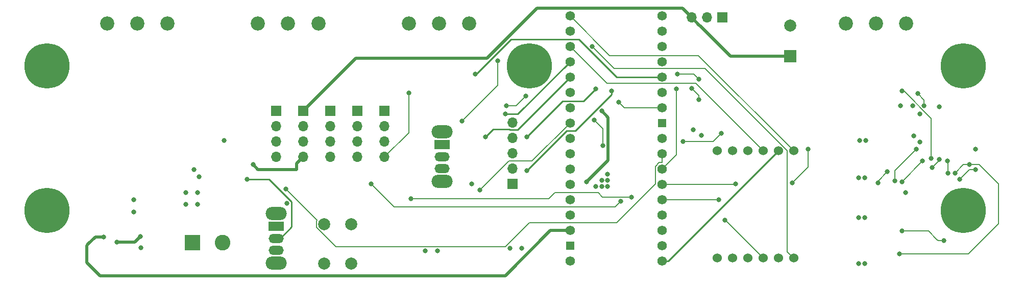
<source format=gbr>
%TF.GenerationSoftware,KiCad,Pcbnew,7.0.1-0*%
%TF.CreationDate,2023-07-27T20:08:02-04:00*%
%TF.ProjectId,Segway V3,53656777-6179-4205-9633-2e6b69636164,V1*%
%TF.SameCoordinates,Original*%
%TF.FileFunction,Copper,L4,Bot*%
%TF.FilePolarity,Positive*%
%FSLAX46Y46*%
G04 Gerber Fmt 4.6, Leading zero omitted, Abs format (unit mm)*
G04 Created by KiCad (PCBNEW 7.0.1-0) date 2023-07-27 20:08:02*
%MOMM*%
%LPD*%
G01*
G04 APERTURE LIST*
%TA.AperFunction,ComponentPad*%
%ADD10C,7.500000*%
%TD*%
%TA.AperFunction,ComponentPad*%
%ADD11C,2.340000*%
%TD*%
%TA.AperFunction,ComponentPad*%
%ADD12R,2.600000X2.600000*%
%TD*%
%TA.AperFunction,ComponentPad*%
%ADD13C,2.600000*%
%TD*%
%TA.AperFunction,ComponentPad*%
%ADD14R,1.700000X1.700000*%
%TD*%
%TA.AperFunction,ComponentPad*%
%ADD15O,1.700000X1.700000*%
%TD*%
%TA.AperFunction,ComponentPad*%
%ADD16C,2.000000*%
%TD*%
%TA.AperFunction,ComponentPad*%
%ADD17C,1.574800*%
%TD*%
%TA.AperFunction,ComponentPad*%
%ADD18R,1.473200X1.473200*%
%TD*%
%TA.AperFunction,ComponentPad*%
%ADD19C,1.524000*%
%TD*%
%TA.AperFunction,ComponentPad*%
%ADD20O,3.500000X2.200000*%
%TD*%
%TA.AperFunction,ComponentPad*%
%ADD21R,2.500000X1.500000*%
%TD*%
%TA.AperFunction,ComponentPad*%
%ADD22O,2.500000X1.500000*%
%TD*%
%TA.AperFunction,ComponentPad*%
%ADD23R,2.000000X2.000000*%
%TD*%
%TA.AperFunction,ViaPad*%
%ADD24C,0.800000*%
%TD*%
%TA.AperFunction,Conductor*%
%ADD25C,0.127000*%
%TD*%
%TA.AperFunction,Conductor*%
%ADD26C,0.200000*%
%TD*%
%TA.AperFunction,Conductor*%
%ADD27C,0.250000*%
%TD*%
%TA.AperFunction,Conductor*%
%ADD28C,0.500000*%
%TD*%
G04 APERTURE END LIST*
D10*
%TO.P,REF\u002A\u002A,2*%
%TO.N,GND*%
X80000000Y-112000000D03*
%TD*%
D11*
%TO.P,POT3,1,1*%
%TO.N,+3.3V*%
X150000000Y-105000000D03*
%TO.P,POT3,2,2*%
%TO.N,/A3*%
X145000000Y-105000000D03*
%TO.P,POT3,3,3*%
%TO.N,GND*%
X140000000Y-105000000D03*
%TD*%
%TO.P,POT2,1,1*%
%TO.N,+3.3V*%
X125000000Y-105000000D03*
%TO.P,POT2,2,2*%
%TO.N,/A1*%
X120000000Y-105000000D03*
%TO.P,POT2,3,3*%
%TO.N,GND*%
X115000000Y-105000000D03*
%TD*%
D12*
%TO.P,J9,1,Pin_1*%
%TO.N,GND*%
X104107502Y-141307500D03*
D13*
%TO.P,J9,2,Pin_2*%
%TO.N,Net-(J9-Pin_2)*%
X109107502Y-141307500D03*
%TD*%
D14*
%TO.P,J5,1,Pin_1*%
%TO.N,/BUCK_5V*%
X122500000Y-119500000D03*
D15*
%TO.P,J5,2,Pin_2*%
X122500000Y-122040000D03*
%TO.P,J5,3,Pin_3*%
X122500000Y-124580000D03*
%TO.P,J5,4,Pin_4*%
X122500000Y-127120000D03*
%TD*%
D16*
%TO.P,RST,1,1*%
%TO.N,/RST*%
X130500000Y-138262500D03*
X130500000Y-144762500D03*
%TO.P,RST,2,2*%
%TO.N,GND*%
X126000000Y-138262500D03*
X126000000Y-144762500D03*
%TD*%
D14*
%TO.P,J6,1,Pin_1*%
%TO.N,GND*%
X131500000Y-119500000D03*
D15*
%TO.P,J6,2,Pin_2*%
%TO.N,+3.3V*%
X131500000Y-122040000D03*
%TO.P,J6,3,Pin_3*%
%TO.N,/SDA*%
X131500000Y-124580000D03*
%TO.P,J6,4,Pin_4*%
%TO.N,/SCL*%
X131500000Y-127120000D03*
%TD*%
D17*
%TO.P,U1,1,VBAT*%
%TO.N,unconnected-(U1-VBAT-Pad1)*%
X166760000Y-144360000D03*
D18*
%TO.P,U1,2,GND*%
%TO.N,GND*%
X166760000Y-141820000D03*
D17*
%TO.P,U1,3,5V*%
%TO.N,+5V*%
X166760000Y-139280000D03*
%TO.P,U1,4,3V3*%
%TO.N,/LD01*%
X166760000Y-136740000D03*
%TO.P,U1,5,IO1*%
%TO.N,/A0*%
X166760000Y-134200000D03*
%TO.P,U1,6,IO2*%
%TO.N,/A1*%
X166760000Y-131660000D03*
%TO.P,U1,7,IO3*%
%TO.N,/TFT_CS*%
X166760000Y-129120000D03*
%TO.P,U1,8,IO4*%
%TO.N,/A3*%
X166760000Y-126580000D03*
%TO.P,U1,9,IO5*%
%TO.N,/A4*%
X166760000Y-124040000D03*
%TO.P,U1,10,IO21*%
%TO.N,/HALL_L_A*%
X166760000Y-121500000D03*
%TO.P,U1,11,IO0*%
%TO.N,/HALL_L_B*%
X166760000Y-118960000D03*
%TO.P,U1,12,LDO2_OUT*%
%TO.N,/LDO2*%
X166760000Y-116420000D03*
%TO.P,U1,13,IO16*%
%TO.N,/HALL_R_A*%
X166760000Y-113880000D03*
%TO.P,U1,14,IO15*%
%TO.N,/HALL_R_B*%
X166760000Y-111340000D03*
%TO.P,U1,15,IO14*%
%TO.N,/IMU_RST*%
X166760000Y-108800000D03*
%TO.P,U1,16,IO13*%
%TO.N,/IMU_INT*%
X166760000Y-106260000D03*
%TO.P,U1,17,IO12*%
%TO.N,/IMU_CS*%
X166760000Y-103720000D03*
%TO.P,U1,18,IO42*%
%TO.N,unconnected-(U1-IO42-Pad18)*%
X182000000Y-103720000D03*
%TO.P,U1,19,IO41*%
%TO.N,/TFT_RST*%
X182000000Y-106260000D03*
%TO.P,U1,20,IO40*%
%TO.N,/DIR2*%
X182000000Y-108800000D03*
%TO.P,U1,21,IO39*%
%TO.N,/DIR1*%
X182000000Y-111340000D03*
%TO.P,U1,22,IO38*%
%TO.N,/MOTOR_EN*%
X182000000Y-113880000D03*
%TO.P,U1,23,RX*%
%TO.N,/RX*%
X182000000Y-116420000D03*
%TO.P,U1,24,TX*%
%TO.N,/TX*%
X182000000Y-118960000D03*
D18*
%TO.P,U1,25,GND*%
%TO.N,GND*%
X182000000Y-121500000D03*
D17*
%TO.P,U1,26,RST*%
%TO.N,/RST*%
X182000000Y-124040000D03*
%TO.P,U1,27,IO6*%
%TO.N,/BAT_READING*%
X182000000Y-126580000D03*
%TO.P,U1,28,IO7*%
%TO.N,/WS2812*%
X182000000Y-129120000D03*
%TO.P,U1,29,IO8*%
%TO.N,/SDA*%
X182000000Y-131660000D03*
%TO.P,U1,30,IO9*%
%TO.N,/SCL*%
X182000000Y-134200000D03*
%TO.P,U1,31,IO34*%
%TO.N,/TFT_D{slash}C*%
X182000000Y-136740000D03*
%TO.P,U1,32,IO36*%
%TO.N,/SCK*%
X182000000Y-139280000D03*
%TO.P,U1,33,IO37*%
%TO.N,/MISO*%
X182000000Y-141820000D03*
%TO.P,U1,34,IO35*%
%TO.N,/MOSI*%
X182000000Y-144360000D03*
%TD*%
D10*
%TO.P,REF\u002A\u002A,5*%
%TO.N,GND*%
X160000000Y-112000000D03*
%TD*%
D14*
%TO.P,J2,1,Pin_1*%
%TO.N,GND*%
X192000000Y-104000000D03*
D15*
%TO.P,J2,2,Pin_2*%
%TO.N,Net-(J2-Pin_2)*%
X189460000Y-104000000D03*
%TO.P,J2,3,Pin_3*%
%TO.N,/BUCK_5V*%
X186920000Y-104000000D03*
%TD*%
D11*
%TO.P,POT4,1,1*%
%TO.N,+3.3V*%
X222500000Y-105000000D03*
%TO.P,POT4,2,2*%
%TO.N,/A4*%
X217500000Y-105000000D03*
%TO.P,POT4,3,3*%
%TO.N,GND*%
X212500000Y-105000000D03*
%TD*%
D10*
%TO.P,REF\u002A\u002A,3*%
%TO.N,GND*%
X232000000Y-112000000D03*
%TD*%
D14*
%TO.P,J8,1,Pin_1*%
%TO.N,/DIR1*%
X157250000Y-131575000D03*
D15*
%TO.P,J8,2,Pin_2*%
%TO.N,+3.3V*%
X157250000Y-129035000D03*
%TO.P,J8,3,Pin_3*%
%TO.N,/DIR2*%
X157250000Y-126495000D03*
%TO.P,J8,4,Pin_4*%
%TO.N,+3.3V*%
X157250000Y-123955000D03*
%TO.P,J8,5,Pin_5*%
%TO.N,GND*%
X157250000Y-121415000D03*
%TD*%
D14*
%TO.P,J7,1,Pin_1*%
%TO.N,GND*%
X136000000Y-119500000D03*
D15*
%TO.P,J7,2,Pin_2*%
%TO.N,+3.3V*%
X136000000Y-122040000D03*
%TO.P,J7,3,Pin_3*%
%TO.N,/RX*%
X136000000Y-124580000D03*
%TO.P,J7,4,Pin_4*%
%TO.N,/TX*%
X136000000Y-127120000D03*
%TD*%
D14*
%TO.P,J3,1,Pin_1*%
%TO.N,+3.3V*%
X127000000Y-119500000D03*
D15*
%TO.P,J3,2,Pin_2*%
X127000000Y-122040000D03*
%TO.P,J3,3,Pin_3*%
X127000000Y-124580000D03*
%TO.P,J3,4,Pin_4*%
X127000000Y-127120000D03*
%TD*%
D10*
%TO.P,REF\u002A\u002A,2*%
%TO.N,GND*%
X80000000Y-136000000D03*
%TD*%
D19*
%TO.P,A1,1,Vin*%
%TO.N,+3.3V*%
X191150000Y-143890000D03*
%TO.P,A1,2,3Vo*%
%TO.N,unconnected-(A1-3Vo-Pad2)*%
X193690000Y-143890000D03*
%TO.P,A1,3,GND*%
%TO.N,GND*%
X196230000Y-143890000D03*
%TO.P,A1,4,SCL*%
%TO.N,/SCK*%
X198770000Y-143890000D03*
%TO.P,A1,5,SDA*%
%TO.N,/MISO*%
X201310000Y-143890000D03*
%TO.P,A1,6,INT*%
%TO.N,/IMU_INT*%
X203850000Y-143890000D03*
%TO.P,A1,7,BT*%
%TO.N,unconnected-(A1-BT-Pad7)*%
X191150000Y-126110000D03*
%TO.P,A1,8,P0*%
%TO.N,+3.3V*%
X193690000Y-126110000D03*
%TO.P,A1,9,P1*%
X196230000Y-126110000D03*
%TO.P,A1,10,RST*%
%TO.N,/IMU_RST*%
X198770000Y-126110000D03*
%TO.P,A1,11,DI*%
%TO.N,/MOSI*%
X201310000Y-126110000D03*
%TO.P,A1,12,CS*%
%TO.N,/IMU_CS*%
X203850000Y-126110000D03*
%TD*%
D14*
%TO.P,J4,1,Pin_1*%
%TO.N,GND*%
X118000000Y-119500000D03*
D15*
%TO.P,J4,2,Pin_2*%
X118000000Y-122040000D03*
%TO.P,J4,3,Pin_3*%
X118000000Y-124580000D03*
%TO.P,J4,4,Pin_4*%
X118000000Y-127120000D03*
%TD*%
D20*
%TO.P,S1,*%
%TO.N,*%
X118000000Y-136512500D03*
X118000000Y-144712500D03*
D21*
%TO.P,S1,1*%
%TO.N,/VBAT*%
X118000000Y-138612500D03*
D22*
%TO.P,S1,2*%
%TO.N,/PWR_EN*%
X118000000Y-140612500D03*
%TO.P,S1,3*%
%TO.N,GND*%
X118000000Y-142612500D03*
%TD*%
D20*
%TO.P,MOTOR_SW1,*%
%TO.N,*%
X145500000Y-122975000D03*
X145500000Y-131175000D03*
D21*
%TO.P,MOTOR_SW1,1,A*%
%TO.N,unconnected-(MOTOR_SW1-A-Pad1)*%
X145500000Y-125075000D03*
D22*
%TO.P,MOTOR_SW1,2,B*%
%TO.N,/MOTOR_EN*%
X145500000Y-127075000D03*
%TO.P,MOTOR_SW1,3,C*%
%TO.N,GND*%
X145500000Y-129075000D03*
%TD*%
D11*
%TO.P,POT1,1,1*%
%TO.N,+3.3V*%
X100000000Y-105000000D03*
%TO.P,POT1,2,2*%
%TO.N,/A0*%
X95000000Y-105000000D03*
%TO.P,POT1,3,3*%
%TO.N,GND*%
X90000000Y-105000000D03*
%TD*%
D10*
%TO.P,REF\u002A\u002A,4*%
%TO.N,GND*%
X232000000Y-136000000D03*
%TD*%
D23*
%TO.P,C_LED1,1*%
%TO.N,/BUCK_5V*%
X203250000Y-110367677D03*
D16*
%TO.P,C_LED1,2*%
%TO.N,GND*%
X203250000Y-105367677D03*
%TD*%
D24*
%TO.N,+3.3V*%
X172000000Y-131000000D03*
X173000000Y-130000000D03*
X142750000Y-142699500D03*
X172000000Y-132000000D03*
X171000000Y-132000000D03*
X150400000Y-131600000D03*
X173000000Y-132000000D03*
X222400000Y-133000000D03*
X187200000Y-122600000D03*
X215600000Y-137200000D03*
X215800000Y-124400000D03*
X221600000Y-118600000D03*
X223600000Y-118600000D03*
X224800000Y-120000000D03*
X156750000Y-142250000D03*
X215600000Y-130600000D03*
X215600000Y-144800000D03*
X173000000Y-131000000D03*
%TO.N,GND*%
X104400000Y-129200000D03*
X95600000Y-142200000D03*
X223800000Y-123600000D03*
X119800000Y-134800000D03*
X94400000Y-136200000D03*
X109400000Y-124400000D03*
X144750000Y-142699500D03*
X228000000Y-118800000D03*
X214800000Y-124400000D03*
X105000000Y-133000000D03*
X158750000Y-142250000D03*
X105000000Y-135000000D03*
X103000000Y-135000000D03*
X188500000Y-123500000D03*
X224800000Y-124600000D03*
X105200000Y-130400000D03*
X234000000Y-125800000D03*
X214600000Y-144800000D03*
X214600000Y-130600000D03*
X94400000Y-134200000D03*
X103000000Y-133000000D03*
X214600000Y-137200000D03*
%TO.N,/SCK*%
X192400000Y-137600000D03*
%TO.N,/IMU_INT*%
X170412299Y-108787701D03*
%TO.N,/BUCK_5V*%
X114200000Y-128400000D03*
%TO.N,/MOTOR_EN*%
X151000000Y-113400000D03*
%TO.N,/HALL_L_A*%
X151800000Y-132600000D03*
%TO.N,/HALL_L_B*%
X170800000Y-121000000D03*
X172200000Y-125200000D03*
%TO.N,/HALL_R_A*%
X152750000Y-123750000D03*
%TO.N,/HALL_R_B*%
X156000000Y-120000000D03*
%TO.N,/SCL*%
X140400000Y-134000000D03*
X191400000Y-134200000D03*
X176950000Y-133750000D03*
%TO.N,/SDA*%
X175200000Y-134449500D03*
X224400000Y-116600000D03*
X194200000Y-131600000D03*
X225475455Y-118599500D03*
X203600000Y-131400000D03*
X206200000Y-125800000D03*
X133800000Y-131600000D03*
%TO.N,/TX*%
X156200000Y-118600000D03*
X174800000Y-118000000D03*
X140000000Y-116500000D03*
X159400000Y-117000000D03*
%TO.N,/RX*%
X148800000Y-121200000D03*
X154800000Y-111200000D03*
%TO.N,/DIR1*%
X173600000Y-116200000D03*
X159600000Y-129400000D03*
%TO.N,/DIR2*%
X159600000Y-123800000D03*
X171000000Y-115800000D03*
%TO.N,Net-(Q1-Pad2)*%
X91600000Y-141200000D03*
X95500000Y-140300000D03*
%TO.N,+5V*%
X89400000Y-140400000D03*
%TO.N,/SD0*%
X225200000Y-127800000D03*
X226809659Y-128863000D03*
X221800000Y-131200000D03*
X227962000Y-127499688D03*
%TO.N,/SC0*%
X220600000Y-131063000D03*
X224200000Y-125800000D03*
%TO.N,/SD1*%
X229331188Y-127731188D03*
X229400000Y-129800000D03*
%TO.N,/SC1*%
X217800000Y-131400000D03*
X219400000Y-129526500D03*
%TO.N,/SC2*%
X228800000Y-141000000D03*
X221800000Y-139400000D03*
%TO.N,/SD3*%
X234000000Y-129200000D03*
X231400000Y-130800000D03*
%TO.N,/SC3*%
X230600000Y-129800000D03*
X233000000Y-128400000D03*
X221400000Y-143200000D03*
%TO.N,/WS2812*%
X184400000Y-115800000D03*
%TO.N,/PWR_EN*%
X113200000Y-130800000D03*
%TO.N,/RST*%
X191850000Y-123200000D03*
X221800000Y-116200000D03*
X226668812Y-127331188D03*
X185500000Y-124550000D03*
%TO.N,/BAT_READING*%
X119600000Y-132400000D03*
%TO.N,/TFT_RST*%
X184600000Y-113350000D03*
X188150000Y-114250000D03*
X188150000Y-117600000D03*
X186950000Y-115750000D03*
%TO.N,/LDO2*%
X169500000Y-131250000D03*
X172000000Y-119500000D03*
%TD*%
D25*
%TO.N,/SCK*%
X192480000Y-137600000D02*
X192400000Y-137600000D01*
X198770000Y-143890000D02*
X192480000Y-137600000D01*
D26*
%TO.N,/IMU_INT*%
X174051998Y-112427400D02*
X189129295Y-112427400D01*
X202788000Y-142828000D02*
X203850000Y-143890000D01*
X189129295Y-112427400D02*
X202788000Y-126086105D01*
X202788000Y-126086105D02*
X202788000Y-142828000D01*
X170412299Y-108787701D02*
X174051998Y-112427400D01*
D25*
%TO.N,/IMU_RST*%
X187590900Y-114930900D02*
X172890900Y-114930900D01*
X172890900Y-114930900D02*
X166760000Y-108800000D01*
X198770000Y-126110000D02*
X187590900Y-114930900D01*
D27*
%TO.N,/MOSI*%
X201310000Y-126110000D02*
X183060000Y-144360000D01*
X183060000Y-144360000D02*
X182000000Y-144360000D01*
D25*
%TO.N,/IMU_CS*%
X203850000Y-126110000D02*
X188029100Y-110289100D01*
X188029100Y-110289100D02*
X173329100Y-110289100D01*
X173329100Y-110289100D02*
X166760000Y-103720000D01*
D28*
%TO.N,/BUCK_5V*%
X193367677Y-110367677D02*
X203250000Y-110367677D01*
X188300000Y-105300000D02*
X193367677Y-110367677D01*
X153000000Y-110750000D02*
X131250000Y-110750000D01*
X115000000Y-129200000D02*
X121400000Y-129200000D01*
X121400000Y-129200000D02*
X121400000Y-128220000D01*
X114200000Y-128400000D02*
X115000000Y-129200000D01*
X131250000Y-110750000D02*
X122500000Y-119500000D01*
X186920000Y-104000000D02*
X185402600Y-102482600D01*
X185402600Y-102482600D02*
X161267400Y-102482600D01*
X121400000Y-128220000D02*
X122500000Y-127120000D01*
X188220000Y-105300000D02*
X188300000Y-105300000D01*
X161267400Y-102482600D02*
X153000000Y-110750000D01*
X186920000Y-104000000D02*
X188220000Y-105300000D01*
D27*
%TO.N,/MOTOR_EN*%
X151163172Y-113400000D02*
X156963172Y-107600000D01*
X168200000Y-107600000D02*
X174480000Y-113880000D01*
X151000000Y-113400000D02*
X151163172Y-113400000D01*
X174480000Y-113880000D02*
X182000000Y-113880000D01*
X156963172Y-107600000D02*
X168200000Y-107600000D01*
D26*
%TO.N,/HALL_L_A*%
X156600000Y-127800000D02*
X160460000Y-127800000D01*
X151800000Y-132600000D02*
X156600000Y-127800000D01*
X160460000Y-127800000D02*
X166760000Y-121500000D01*
%TO.N,/HALL_L_B*%
X172200000Y-125200000D02*
X172200000Y-122400000D01*
X172200000Y-122400000D02*
X170800000Y-121000000D01*
D27*
%TO.N,/HALL_R_A*%
X152750000Y-123750000D02*
X154000000Y-122500000D01*
X158050000Y-122590000D02*
X166760000Y-113880000D01*
X154000000Y-122500000D02*
X156673299Y-122500000D01*
X156763299Y-122590000D02*
X158050000Y-122590000D01*
X156673299Y-122500000D02*
X156763299Y-122590000D01*
%TO.N,/HALL_R_B*%
X156000000Y-120000000D02*
X158100000Y-120000000D01*
X158100000Y-120000000D02*
X166760000Y-111340000D01*
D26*
%TO.N,/SCL*%
X171400000Y-133000000D02*
X164200000Y-133000000D01*
D25*
X182000000Y-134200000D02*
X191400000Y-134200000D01*
D26*
X172150000Y-133750000D02*
X171400000Y-133000000D01*
X164200000Y-133000000D02*
X163200000Y-134000000D01*
X163200000Y-134000000D02*
X140400000Y-134000000D01*
X176950000Y-133750000D02*
X172150000Y-133750000D01*
%TO.N,/SDA*%
X137600000Y-135400000D02*
X133800000Y-131600000D01*
D25*
X225475455Y-118599500D02*
X225475455Y-117675455D01*
X206200000Y-128800000D02*
X203600000Y-131400000D01*
X194140000Y-131660000D02*
X194200000Y-131600000D01*
X182000000Y-131660000D02*
X194140000Y-131660000D01*
X225475455Y-117675455D02*
X224400000Y-116600000D01*
D26*
X175200000Y-134449500D02*
X174249500Y-135400000D01*
D25*
X206200000Y-125800000D02*
X206200000Y-128800000D01*
D26*
X174249500Y-135400000D02*
X137600000Y-135400000D01*
%TO.N,/TX*%
X157800000Y-118600000D02*
X159400000Y-117000000D01*
X140000000Y-116500000D02*
X140000000Y-123120000D01*
X175760000Y-118960000D02*
X182000000Y-118960000D01*
X156200000Y-118600000D02*
X157800000Y-118600000D01*
X140000000Y-123120000D02*
X136000000Y-127120000D01*
X174800000Y-118000000D02*
X175760000Y-118960000D01*
%TO.N,/RX*%
X148800000Y-121200000D02*
X154800000Y-115200000D01*
X154800000Y-115200000D02*
X154800000Y-111200000D01*
D27*
%TO.N,/DIR1*%
X159600000Y-129400000D02*
X166200000Y-122800000D01*
X166200000Y-122800000D02*
X167600000Y-122800000D01*
X167600000Y-122800000D02*
X173600000Y-116800000D01*
X173600000Y-116800000D02*
X173600000Y-116200000D01*
%TO.N,/DIR2*%
X168952400Y-117847600D02*
X171000000Y-115800000D01*
X159600000Y-123800000D02*
X165552400Y-117847600D01*
X165552400Y-117847600D02*
X168952400Y-117847600D01*
D28*
%TO.N,Net-(Q1-Pad2)*%
X95500000Y-140300000D02*
X94600000Y-141200000D01*
X94600000Y-141200000D02*
X91600000Y-141200000D01*
%TO.N,+5V*%
X86600000Y-144600000D02*
X86600000Y-141800000D01*
X163520000Y-139280000D02*
X156000000Y-146800000D01*
X88800000Y-146800000D02*
X86600000Y-144600000D01*
X86800000Y-141600000D02*
X88000000Y-140400000D01*
X166760000Y-139280000D02*
X163520000Y-139280000D01*
X88000000Y-140400000D02*
X89400000Y-140400000D01*
X86600000Y-141800000D02*
X86800000Y-141600000D01*
X156000000Y-146800000D02*
X88800000Y-146800000D01*
D25*
%TO.N,/SD0*%
X221800000Y-131200000D02*
X225200000Y-127800000D01*
X227962000Y-127710659D02*
X227962000Y-127499688D01*
X226809659Y-128863000D02*
X227962000Y-127710659D01*
%TO.N,/SC0*%
X220600000Y-129400000D02*
X224200000Y-125800000D01*
X220600000Y-131063000D02*
X220600000Y-129400000D01*
%TO.N,/SD1*%
X229400000Y-127800000D02*
X229331188Y-127731188D01*
X229400000Y-129800000D02*
X229400000Y-127800000D01*
%TO.N,/SC1*%
X217800000Y-131400000D02*
X217800000Y-131126500D01*
X217800000Y-131126500D02*
X219400000Y-129526500D01*
%TO.N,/SC2*%
X227600000Y-140800000D02*
X227800000Y-141000000D01*
X227800000Y-141000000D02*
X228800000Y-141000000D01*
X226200000Y-139400000D02*
X227600000Y-140800000D01*
X221800000Y-139400000D02*
X226200000Y-139400000D01*
%TO.N,/SD3*%
X231400000Y-130800000D02*
X233000000Y-129200000D01*
X233000000Y-129200000D02*
X234000000Y-129200000D01*
%TO.N,/SC3*%
X230600000Y-129800000D02*
X232000000Y-128400000D01*
X221400000Y-143200000D02*
X232800000Y-143200000D01*
X237800000Y-131600000D02*
X234600000Y-128400000D01*
X234600000Y-128400000D02*
X233000000Y-128400000D01*
X232800000Y-143200000D02*
X237800000Y-138200000D01*
X232000000Y-128400000D02*
X233000000Y-128400000D01*
X237800000Y-138200000D02*
X237800000Y-131600000D01*
%TO.N,/WS2812*%
X184400000Y-126720000D02*
X182000000Y-129120000D01*
X184400000Y-115800000D02*
X184400000Y-126720000D01*
D27*
%TO.N,/PWR_EN*%
X120575215Y-134549910D02*
X116825305Y-130800000D01*
X118650000Y-140612500D02*
X120575215Y-138687285D01*
X118000000Y-140612500D02*
X118650000Y-140612500D01*
X116825305Y-130800000D02*
X113200000Y-130800000D01*
X120575215Y-138687285D02*
X120575215Y-134549910D01*
D25*
%TO.N,/RST*%
X190500000Y-124550000D02*
X185500000Y-124550000D01*
X226668812Y-127331188D02*
X226668812Y-120730481D01*
X191850000Y-123200000D02*
X190500000Y-124550000D01*
X222138331Y-116200000D02*
X221800000Y-116200000D01*
X226668812Y-120730481D02*
X222138331Y-116200000D01*
D26*
%TO.N,/BAT_READING*%
X181549584Y-128032600D02*
X182000000Y-128032600D01*
X127899022Y-142000000D02*
X156000000Y-142000000D01*
X156000000Y-142000000D02*
X160000000Y-138000000D01*
X160000000Y-138000000D02*
X174450000Y-138000000D01*
X182000000Y-128032600D02*
X182000000Y-126580000D01*
X124812011Y-137612011D02*
X124700000Y-137724022D01*
X124700000Y-138800978D02*
X127899022Y-142000000D01*
X180912600Y-128669584D02*
X181549584Y-128032600D01*
X174450000Y-138000000D02*
X180912600Y-131537400D01*
X119600000Y-132400000D02*
X124812011Y-137612011D01*
X180912600Y-131537400D02*
X180912600Y-128669584D01*
X124700000Y-137724022D02*
X124700000Y-138800978D01*
%TO.N,/TFT_RST*%
X188150000Y-117600000D02*
X188150000Y-116950000D01*
X188150000Y-116950000D02*
X186950000Y-115750000D01*
X187250000Y-113350000D02*
X184600000Y-113350000D01*
X188150000Y-114250000D02*
X187250000Y-113350000D01*
D28*
%TO.N,/LDO2*%
X173050000Y-120550000D02*
X173050000Y-127700000D01*
X173050000Y-127700000D02*
X169500000Y-131250000D01*
X172000000Y-119500000D02*
X173050000Y-120550000D01*
%TD*%
M02*

</source>
